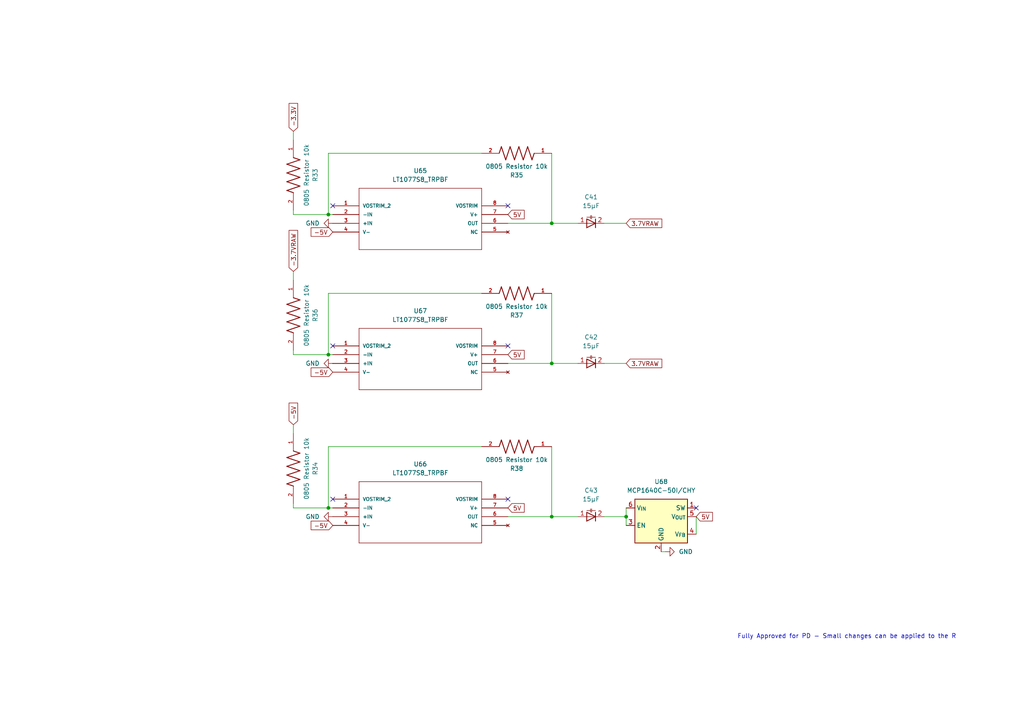
<source format=kicad_sch>
(kicad_sch (version 20250114) (generator "eeschema") (generator_version "9.0")
  (paper "A4")
  (title_block (title "SATELLITE EDGE Module - Rewo") (date "2025-08-03") (rev "1") (company "Duy Nam Schlitz"))
  (lib_symbols
    (symbol "LT1077S8_TRPBF:LT1077S8_TRPBF" (pin_names (offset 1.016))
      (property "Reference" "U" (at 20.6756 9.1186 0))
      (property "Value" "LT1077S8_TRPBF" (at 20.0406 6.5786 0))
      (symbol "LT1077S8_TRPBF_0_0"
        (polyline (pts (xy 7.62 5.08) (xy 7.62 -12.7)) (stroke (width 0.1524)))
        (polyline (pts (xy 7.62 -12.7) (xy 43.18 -12.7)) (stroke (width 0.1524)))
        (polyline (pts (xy 43.18 5.08) (xy 7.62 5.08)) (stroke (width 0.1524)))
        (polyline (pts (xy 43.18 -12.7) (xy 43.18 5.08)) (stroke (width 0.1524)))
        (pin passive line (at 0 0 0) (length 7.62) (name "VOSTRIM_2") (number "1"))
        (pin input line (at 0 -2.54 0) (length 7.62) (name "-IN") (number "2"))
        (pin input line (at 0 -5.08 0) (length 7.62) (name "+IN") (number "3"))
        (pin power_in line (at 0 -7.62 0) (length 7.62) (name "V-") (number "4"))
        (pin passive line (at 50.8 0 180) (length 7.62) (name "VOSTRIM") (number "8"))
        (pin power_in line (at 50.8 -2.54 180) (length 7.62) (name "V+") (number "7"))
        (pin output line (at 50.8 -5.08 180) (length 7.62) (name "OUT") (number "6"))
        (pin no_connect line (at 50.8 -7.62 180) (length 7.62) (name "NC") (number "5"))
      )
    )
    (symbol "Regulator_Switching:MCP1640Cx-xCHY"
      (property "Reference" "U" (at -7.62 8.89 0))
      (property "Value" "MCP1640Cx-xCHY" (at -1.27 8.89 0))
      (symbol "MCP1640Cx-xCHY_0_1"
        (rectangle (start -7.62 7.62) (end 7.62 -5.08) (stroke (width 0.254)) (fill (type background)))
      )
      (symbol "MCP1640Cx-xCHY_1_1"
        (pin power_in line (at -10.16 5.08 0) (length 2.54) (name "V_{IN}") (number "6"))
        (pin input line (at -10.16 0 0) (length 2.54) (name "EN") (number "3"))
        (pin power_in line (at 0 -7.62 90) (length 2.54) (name "GND") (number "2"))
        (pin input line (at 10.16 5.08 180) (length 2.54) (name "SW") (number "1"))
        (pin power_out line (at 10.16 2.54 180) (length 2.54) (name "V_{OUT}") (number "5"))
        (pin input line (at 10.16 -2.54 180) (length 2.54) (name "V_{FB}") (number "4"))
      )
    )
    (symbol "Resistor:0603 Capacitor SMD"
      (property "Reference" "C" (at 0 2.032 0))
      (symbol "0603 Capacitor SMD_0_1"
        (polyline (pts (xy -1.27 1.27) (xy -1.27 -1.27)) (stroke (width 0.254)))
        (polyline (pts (xy -1.27 0) (xy 1.27 0)))
        (polyline (pts (xy -1.27 -1.778) (xy -0.1524 -1.778)))
        (polyline (pts (xy -0.1524 -1.27) (xy -0.1524 -2.286)))
        (polyline (pts (xy 0.1524 -1.27) (xy 0.1524 -2.286)))
        (polyline (pts (xy 0.1524 -1.778) (xy 1.27 -1.778)))
        (polyline (pts (xy 1.27 1.27) (xy 1.27 -1.27) (xy -1.27 0) (xy 1.27 1.27)) (stroke (width 0.254)))
      )
      (symbol "0603 Capacitor SMD_1_1"
        (pin passive line (at -3.81 0 0) (length 2.54) (name "") (number "2"))
        (pin passive line (at 3.81 0 180) (length 2.54) (name "") (number "1"))
      )
    )
    (symbol "Resistor:0805 Resistor" (pin_names (offset 1.016))
      (property "Reference" "R" (at -7.6244 2.5415 0))
      (property "Value" "0805 Resistor" (at -7.63 -5.0866 0))
      (symbol "0805 Resistor_0_0"
        (polyline (pts (xy -5.08 0) (xy -4.445 1.905)) (stroke (width 0.254)))
        (polyline (pts (xy -4.445 1.905) (xy -3.175 -1.905)) (stroke (width 0.254)))
        (polyline (pts (xy -3.175 -1.905) (xy -1.905 1.905)) (stroke (width 0.254)))
        (polyline (pts (xy -1.905 1.905) (xy -0.635 -1.905)) (stroke (width 0.254)))
        (polyline (pts (xy -0.635 -1.905) (xy 0.635 1.905)) (stroke (width 0.254)))
        (polyline (pts (xy 0.635 1.905) (xy 1.905 -1.905)) (stroke (width 0.254)))
        (polyline (pts (xy 1.905 -1.905) (xy 3.175 1.905)) (stroke (width 0.254)))
        (polyline (pts (xy 3.175 1.905) (xy 4.445 -1.905)) (stroke (width 0.254)))
        (polyline (pts (xy 4.445 -1.905) (xy 5.08 0)) (stroke (width 0.254)))
        (pin passive line (at -10.16 0 0) (length 5.08) (name "~") (number "1"))
        (pin passive line (at 10.16 0 180) (length 5.08) (name "~") (number "2"))
      )
    )
    (symbol "power:GND" (power) (pin_numbers (hide yes)) (pin_names (offset 0) (hide yes))
      (property "Value" "GND" (at 0 -3.81 0))
      (symbol "GND_0_1"
        (polyline (pts (xy 0 0) (xy 0 -1.27) (xy 1.27 -1.27) (xy 0 -2.54) (xy -1.27 -1.27) (xy 0 -1.27)))
      )
      (symbol "GND_1_1"
        (pin power_in line (at 0 0 270) (length 0) (name "~") (number "1"))
      )
    )
  )
  (text "Fully Approved for PD - Small changes can be applied to the R" (at 245.618 184.658 0) (effects (font (size 1.27 1.27))))
  (junction (at 95.25 147.32))
  (junction (at 160.02 64.77))
  (junction (at 95.25 102.87))
  (junction (at 160.02 105.41))
  (junction (at 160.02 149.86))
  (junction (at 181.61 149.86))
  (junction (at 95.25 62.23))
  (no_connect (at 201.93 147.32))
  (no_connect (at 147.32 144.78))
  (no_connect (at 96.52 59.69))
  (no_connect (at 147.32 59.69))
  (no_connect (at 96.52 144.78))
  (no_connect (at 96.52 100.33))
  (no_connect (at 147.32 100.33))
  (wire (pts (xy 175.26 64.77) (xy 181.61 64.77)))
  (wire (pts (xy 160.02 64.77) (xy 167.64 64.77)))
  (wire (pts (xy 95.25 102.87) (xy 96.52 102.87)))
  (wire (pts (xy 160.02 149.86) (xy 167.64 149.86)))
  (wire (pts (xy 85.09 101.6) (xy 85.09 102.87)))
  (wire (pts (xy 85.09 147.32) (xy 95.25 147.32)))
  (wire (pts (xy 160.02 129.54) (xy 160.02 149.86)))
  (wire (pts (xy 147.32 105.41) (xy 160.02 105.41)))
  (wire (pts (xy 160.02 105.41) (xy 167.64 105.41)))
  (wire (pts (xy 191.77 160.02) (xy 193.04 160.02)))
  (wire (pts (xy 201.93 149.86) (xy 201.93 154.94)))
  (wire (pts (xy 139.7 85.09) (xy 95.25 85.09)))
  (wire (pts (xy 95.25 129.54) (xy 95.25 147.32)))
  (wire (pts (xy 85.09 81.28) (xy 85.09 78.74)))
  (wire (pts (xy 85.09 125.73) (xy 85.09 123.19)))
  (wire (pts (xy 181.61 149.86) (xy 181.61 152.4)))
  (wire (pts (xy 160.02 44.45) (xy 160.02 64.77)))
  (wire (pts (xy 147.32 149.86) (xy 160.02 149.86)))
  (wire (pts (xy 139.7 44.45) (xy 95.25 44.45)))
  (wire (pts (xy 95.25 85.09) (xy 95.25 102.87)))
  (wire (pts (xy 95.25 44.45) (xy 95.25 62.23)))
  (wire (pts (xy 139.7 129.54) (xy 95.25 129.54)))
  (wire (pts (xy 181.61 147.32) (xy 181.61 149.86)))
  (wire (pts (xy 175.26 149.86) (xy 181.61 149.86)))
  (wire (pts (xy 85.09 102.87) (xy 95.25 102.87)))
  (wire (pts (xy 85.09 146.05) (xy 85.09 147.32)))
  (wire (pts (xy 175.26 105.41) (xy 181.61 105.41)))
  (wire (pts (xy 147.32 64.77) (xy 160.02 64.77)))
  (wire (pts (xy 85.09 62.23) (xy 95.25 62.23)))
  (wire (pts (xy 95.25 62.23) (xy 96.52 62.23)))
  (wire (pts (xy 95.25 147.32) (xy 96.52 147.32)))
  (wire (pts (xy 85.09 40.64) (xy 85.09 38.1)))
  (wire (pts (xy 85.09 60.96) (xy 85.09 62.23)))
  (wire (pts (xy 160.02 85.09) (xy 160.02 105.41)))
  (global_label "-5V" (shape input) (at 85.09 123.19 90) (property "Intersheetrefs" "${INTERSHEET_REFS}" (effects (hide yes))))
  (global_label "5V" (shape input) (at 147.32 102.87 0) (property "Intersheetrefs" "${INTERSHEET_REFS}" (effects (hide yes))))
  (global_label "5V" (shape input) (at 201.93 149.86 0) (property "Intersheetrefs" "${INTERSHEET_REFS}" (effects (hide yes))))
  (global_label "-5V" (shape input) (at 96.52 67.31 180) (property "Intersheetrefs" "${INTERSHEET_REFS}" (effects (hide yes))))
  (global_label "5V" (shape input) (at 147.32 62.23 0) (property "Intersheetrefs" "${INTERSHEET_REFS}" (effects (hide yes))))
  (global_label "3.7VRAW" (shape input) (at 181.61 105.41 0) (property "Intersheetrefs" "${INTERSHEET_REFS}" (effects (hide yes))))
  (global_label "3.7VRAW" (shape input) (at 181.61 64.77 0) (property "Intersheetrefs" "${INTERSHEET_REFS}" (effects (hide yes))))
  (global_label "5V" (shape input) (at 147.32 147.32 0) (property "Intersheetrefs" "${INTERSHEET_REFS}" (effects (hide yes))))
  (global_label "-5V" (shape input) (at 96.52 152.4 180) (property "Intersheetrefs" "${INTERSHEET_REFS}" (effects (hide yes))))
  (global_label "-3.7VRAW" (shape input) (at 85.09 78.74 90) (property "Intersheetrefs" "${INTERSHEET_REFS}" (effects (hide yes))))
  (global_label "-3.3V" (shape input) (at 85.09 38.1 90) (property "Intersheetrefs" "${INTERSHEET_REFS}" (effects (hide yes))))
  (global_label "-5V" (shape input) (at 96.52 107.95 180) (property "Intersheetrefs" "${INTERSHEET_REFS}" (effects (hide yes))))
  (symbol (lib_id "Resistor:0603 Capacitor SMD") (at 171.45 149.86 180) (unit 1)
    (property "Reference" "C43" (at 171.45 142.24 0))
    (property "Value" "15 µF" (at 171.45 144.78 0))
    (property "Footprint" "Capacitor_SMD:C_0603_1608Metric" (effects (hide yes)))
  )
  (symbol (lib_id "Regulator_Switching:MCP1640Cx-xCHY") (at 191.77 152.4 0) (unit 1)
    (property "Reference" "U68" (at 191.77 139.7 0))
    (property "Value" "MCP1640C-50I/CHY" (at 191.77 142.24 0))
    (property "Footprint" "Package_TO_SOT_SMD:SOT-23-6" (effects (hide yes)))
    (property "Datasheet" "http://ww1.microchip.com/downloads/en/DeviceDoc/20002234D.pdf" (effects (hide yes)))
    (property "Description" "Synchronous Boost Regulator, Adjustable Output 2.0V-5.5V, PWM/PFM Input to Output Bypass, SOT-23" (effects (hide yes)))
  )
  (symbol (lib_id "Resistor:0805 Resistor") (at 85.09 91.44 270) (unit 1)
    (property "Reference" "R36" (at 91.44 91.44 0))
    (property "Value" "0805 Resistor 10k" (at 88.9 91.44 0))
    (property "Footprint" "Resistor_SMD:R_0805_2012Metric" (effects (hide yes)))
    (property "MF" "Vishay" (effects (hide yes)))
    (property "Description_1" "2.7 Ohms ±1% 0.25W, 1/4W Chip Resistor 1206 (3216 Metric) Thick Film" (effects (hide yes)))
    (property "Package" "3015 Vishay" (effects (hide yes)))
    (property "Price" "None" (effects (hide yes)))
    (property "SnapEDA_Link" "https://www.snapeda.com/parts/CRCW12062R70FKEAC/Vishay/view-part/?ref=snap" (effects (hide yes)))
    (property "MP" "CRCW12062R70FKEAC" (effects (hide yes)))
    (property "Availability" "In Stock" (effects (hide yes)))
    (property "Check_prices" "https://www.snapeda.com/parts/CRCW12062R70FKEAC/Vishay/view-part/?ref=eda" (effects (hide yes)))
  )
  (symbol (lib_id "Resistor:0805 Resistor") (at 149.86 44.45 180) (unit 1)
    (property "Reference" "R35" (at 149.86 50.8 0))
    (property "Value" "0805 Resistor 10k" (at 149.86 48.26 0))
    (property "Footprint" "Resistor_SMD:R_0805_2012Metric" (effects (hide yes)))
    (property "MF" "Vishay" (effects (hide yes)))
    (property "Description_1" "2.7 Ohms ±1% 0.25W, 1/4W Chip Resistor 1206 (3216 Metric) Thick Film" (effects (hide yes)))
    (property "Package" "3015 Vishay" (effects (hide yes)))
    (property "Price" "None" (effects (hide yes)))
    (property "SnapEDA_Link" "https://www.snapeda.com/parts/CRCW12062R70FKEAC/Vishay/view-part/?ref=snap" (effects (hide yes)))
    (property "MP" "CRCW12062R70FKEAC" (effects (hide yes)))
    (property "Availability" "In Stock" (effects (hide yes)))
    (property "Check_prices" "https://www.snapeda.com/parts/CRCW12062R70FKEAC/Vishay/view-part/?ref=eda" (effects (hide yes)))
  )
  (symbol (lib_id "Resistor:0603 Capacitor SMD") (at 171.45 64.77 180) (unit 1)
    (property "Reference" "C41" (at 171.45 57.15 0))
    (property "Value" "15 µF" (at 171.45 59.69 0))
    (property "Footprint" "Capacitor_SMD:C_0603_1608Metric" (effects (hide yes)))
  )
  (symbol (lib_id "Resistor:0805 Resistor") (at 85.09 50.8 270) (unit 1)
    (property "Reference" "R33" (at 91.44 50.8 0))
    (property "Value" "0805 Resistor 10k" (at 88.9 50.8 0))
    (property "Footprint" "Resistor_SMD:R_0805_2012Metric" (effects (hide yes)))
    (property "MF" "Vishay" (effects (hide yes)))
    (property "Description_1" "2.7 Ohms ±1% 0.25W, 1/4W Chip Resistor 1206 (3216 Metric) Thick Film" (effects (hide yes)))
    (property "Package" "3015 Vishay" (effects (hide yes)))
    (property "Price" "None" (effects (hide yes)))
    (property "SnapEDA_Link" "https://www.snapeda.com/parts/CRCW12062R70FKEAC/Vishay/view-part/?ref=snap" (effects (hide yes)))
    (property "MP" "CRCW12062R70FKEAC" (effects (hide yes)))
    (property "Availability" "In Stock" (effects (hide yes)))
    (property "Check_prices" "https://www.snapeda.com/parts/CRCW12062R70FKEAC/Vishay/view-part/?ref=eda" (effects (hide yes)))
  )
  (symbol (lib_id "power:GND") (at 96.52 64.77 270) (unit 1)
    (property "Reference" "#PWR098" (effects (hide yes)))
    (property "Value" "GND" (at 92.71 64.7699 90) (effects (justify right)))
    (property "Description" "Power symbol creates a global label with name \"GND\" , ground" (effects (hide yes)))
  )
  (symbol (lib_id "LT1077S8_TRPBF:LT1077S8_TRPBF") (at 96.52 100.33 0) (unit 1)
    (property "Reference" "U67" (at 121.92 90.17 0))
    (property "Value" "LT1077S8_TRPBF" (at 121.92 92.71 0))
    (property "Footprint" "LT1077S8_TRPBF:SO-8_S" (effects (hide yes)))
    (property "MF" "Analog Devices" (effects (hide yes)))
    (property "VENDOR" "Linear Technology" (effects (hide yes)))
    (property "Description_1" "Micropower, Single Supply, Precision Op Amp" (effects (hide yes)))
    (property "Package" "SO-8 Linear Technology" (effects (hide yes)))
    (property "Price" "None" (effects (hide yes)))
    (property "Check_prices" "https://www.snapeda.com/parts/LT1077S8%23TRPBF/Analog+Devices/view-part/?ref=eda" (effects (hide yes)))
    (property "SnapEDA_Link" "https://www.snapeda.com/parts/LT1077S8%23TRPBF/Analog+Devices/view-part/?ref=snap" (effects (hide yes)))
    (property "MP" "LT1077S8#TRPBF" (effects (hide yes)))
    (property "Availability" "In Stock" (effects (hide yes)))
    (property "MANUFACTURER_PART_NUMBER" "lt1077s8" (effects (hide yes)))
  )
  (symbol (lib_id "Resistor:0603 Capacitor SMD") (at 171.45 105.41 180) (unit 1)
    (property "Reference" "C42" (at 171.45 97.79 0))
    (property "Value" "15 µF" (at 171.45 100.33 0))
    (property "Footprint" "Capacitor_SMD:C_0603_1608Metric" (effects (hide yes)))
  )
  (symbol (lib_id "power:GND") (at 96.52 105.41 270) (unit 1)
    (property "Reference" "#PWR099" (effects (hide yes)))
    (property "Value" "GND" (at 92.71 105.4099 90) (effects (justify right)))
    (property "Description" "Power symbol creates a global label with name \"GND\" , ground" (effects (hide yes)))
  )
  (symbol (lib_id "power:GND") (at 193.04 160.02 90) (unit 1)
    (property "Reference" "#PWR0101" (effects (hide yes)))
    (property "Value" "GND" (at 196.85 160.0199 90) (effects (justify right)))
    (property "Description" "Power symbol creates a global label with name \"GND\" , ground" (effects (hide yes)))
  )
  (symbol (lib_id "LT1077S8_TRPBF:LT1077S8_TRPBF") (at 96.52 59.69 0) (unit 1)
    (property "Reference" "U65" (at 121.92 49.53 0))
    (property "Value" "LT1077S8_TRPBF" (at 121.92 52.07 0))
    (property "Footprint" "LT1077S8_TRPBF:SO-8_S" (effects (hide yes)))
    (property "MF" "Analog Devices" (effects (hide yes)))
    (property "VENDOR" "Linear Technology" (effects (hide yes)))
    (property "Description_1" "Micropower, Single Supply, Precision Op Amp" (effects (hide yes)))
    (property "Package" "SO-8 Linear Technology" (effects (hide yes)))
    (property "Price" "None" (effects (hide yes)))
    (property "Check_prices" "https://www.snapeda.com/parts/LT1077S8%23TRPBF/Analog+Devices/view-part/?ref=eda" (effects (hide yes)))
    (property "SnapEDA_Link" "https://www.snapeda.com/parts/LT1077S8%23TRPBF/Analog+Devices/view-part/?ref=snap" (effects (hide yes)))
    (property "MP" "LT1077S8#TRPBF" (effects (hide yes)))
    (property "Availability" "In Stock" (effects (hide yes)))
    (property "MANUFACTURER_PART_NUMBER" "lt1077s8" (effects (hide yes)))
  )
  (symbol (lib_id "Resistor:0805 Resistor") (at 85.09 135.89 270) (unit 1)
    (property "Reference" "R34" (at 91.44 135.89 0))
    (property "Value" "0805 Resistor 10k" (at 88.9 135.89 0))
    (property "Footprint" "Resistor_SMD:R_0805_2012Metric" (effects (hide yes)))
    (property "MF" "Vishay" (effects (hide yes)))
    (property "Description_1" "2.7 Ohms ±1% 0.25W, 1/4W Chip Resistor 1206 (3216 Metric) Thick Film" (effects (hide yes)))
    (property "Package" "3015 Vishay" (effects (hide yes)))
    (property "Price" "None" (effects (hide yes)))
    (property "SnapEDA_Link" "https://www.snapeda.com/parts/CRCW12062R70FKEAC/Vishay/view-part/?ref=snap" (effects (hide yes)))
    (property "MP" "CRCW12062R70FKEAC" (effects (hide yes)))
    (property "Availability" "In Stock" (effects (hide yes)))
    (property "Check_prices" "https://www.snapeda.com/parts/CRCW12062R70FKEAC/Vishay/view-part/?ref=eda" (effects (hide yes)))
  )
  (symbol (lib_id "LT1077S8_TRPBF:LT1077S8_TRPBF") (at 96.52 144.78 0) (unit 1)
    (property "Reference" "U66" (at 121.92 134.62 0))
    (property "Value" "LT1077S8_TRPBF" (at 121.92 137.16 0))
    (property "Footprint" "LT1077S8_TRPBF:SO-8_S" (effects (hide yes)))
    (property "MF" "Analog Devices" (effects (hide yes)))
    (property "VENDOR" "Linear Technology" (effects (hide yes)))
    (property "Description_1" "Micropower, Single Supply, Precision Op Amp" (effects (hide yes)))
    (property "Package" "SO-8 Linear Technology" (effects (hide yes)))
    (property "Price" "None" (effects (hide yes)))
    (property "Check_prices" "https://www.snapeda.com/parts/LT1077S8%23TRPBF/Analog+Devices/view-part/?ref=eda" (effects (hide yes)))
    (property "SnapEDA_Link" "https://www.snapeda.com/parts/LT1077S8%23TRPBF/Analog+Devices/view-part/?ref=snap" (effects (hide yes)))
    (property "MP" "LT1077S8#TRPBF" (effects (hide yes)))
    (property "Availability" "In Stock" (effects (hide yes)))
    (property "MANUFACTURER_PART_NUMBER" "lt1077s8" (effects (hide yes)))
  )
  (symbol (lib_id "Resistor:0805 Resistor") (at 149.86 129.54 180) (unit 1)
    (property "Reference" "R38" (at 149.86 135.89 0))
    (property "Value" "0805 Resistor 10k" (at 149.86 133.35 0))
    (property "Footprint" "Resistor_SMD:R_0805_2012Metric" (effects (hide yes)))
    (property "MF" "Vishay" (effects (hide yes)))
    (property "Description_1" "2.7 Ohms ±1% 0.25W, 1/4W Chip Resistor 1206 (3216 Metric) Thick Film" (effects (hide yes)))
    (property "Package" "3015 Vishay" (effects (hide yes)))
    (property "Price" "None" (effects (hide yes)))
    (property "SnapEDA_Link" "https://www.snapeda.com/parts/CRCW12062R70FKEAC/Vishay/view-part/?ref=snap" (effects (hide yes)))
    (property "MP" "CRCW12062R70FKEAC" (effects (hide yes)))
    (property "Availability" "In Stock" (effects (hide yes)))
    (property "Check_prices" "https://www.snapeda.com/parts/CRCW12062R70FKEAC/Vishay/view-part/?ref=eda" (effects (hide yes)))
  )
  (symbol (lib_id "power:GND") (at 96.52 149.86 270) (unit 1)
    (property "Reference" "#PWR0100" (effects (hide yes)))
    (property "Value" "GND" (at 92.71 149.8599 90) (effects (justify right)))
    (property "Description" "Power symbol creates a global label with name \"GND\" , ground" (effects (hide yes)))
  )
  (symbol (lib_id "Resistor:0805 Resistor") (at 149.86 85.09 180) (unit 1)
    (property "Reference" "R37" (at 149.86 91.44 0))
    (property "Value" "0805 Resistor 10k" (at 149.86 88.9 0))
    (property "Footprint" "Resistor_SMD:R_0805_2012Metric" (effects (hide yes)))
    (property "MF" "Vishay" (effects (hide yes)))
    (property "Description_1" "2.7 Ohms ±1% 0.25W, 1/4W Chip Resistor 1206 (3216 Metric) Thick Film" (effects (hide yes)))
    (property "Package" "3015 Vishay" (effects (hide yes)))
    (property "Price" "None" (effects (hide yes)))
    (property "SnapEDA_Link" "https://www.snapeda.com/parts/CRCW12062R70FKEAC/Vishay/view-part/?ref=snap" (effects (hide yes)))
    (property "MP" "CRCW12062R70FKEAC" (effects (hide yes)))
    (property "Availability" "In Stock" (effects (hide yes)))
    (property "Check_prices" "https://www.snapeda.com/parts/CRCW12062R70FKEAC/Vishay/view-part/?ref=eda" (effects (hide yes)))
  )
)
</source>
